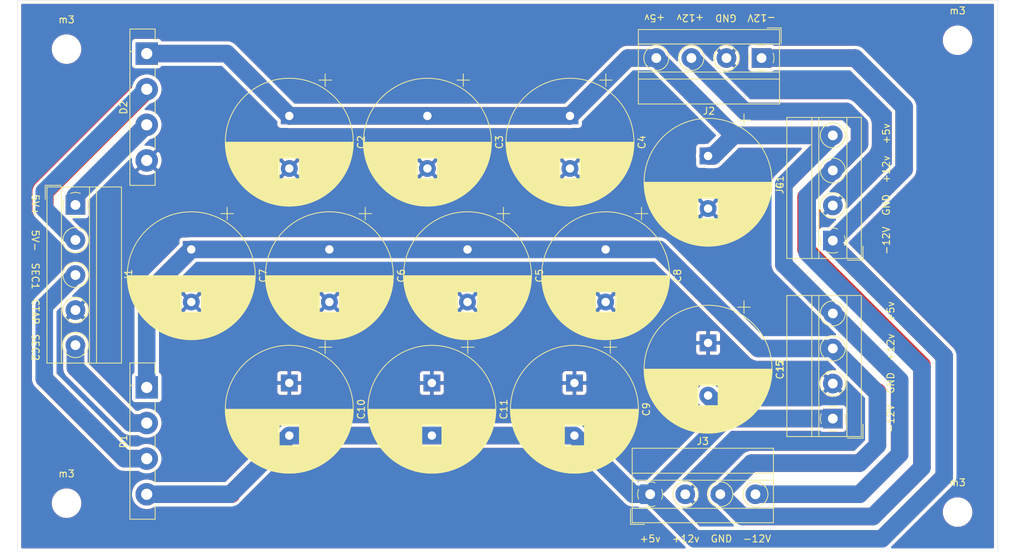
<source format=kicad_pcb>
(kicad_pcb (version 20171130) (host pcbnew "(5.1.10)-1")
  (layers (0 F.Cu signal) (31 B.Cu signal) (34 B.Paste user) (35 F.Paste user) (36 B.SilkS user) (37 F.SilkS user) (38 B.Mask user) (39 F.Mask user) (44 Edge.Cuts user))
  (net 0 "")
  (net 1 GND)
  (net 2 "Net-(C1-Pad1)")
  (net 3 "Net-(C5-Pad1)")
  (net 4 "Net-(C10-Pad2)")
  (net 5 "Net-(D1-Pad3)")
  (net 6 "Net-(D1-Pad2)")
  (net 7 "Net-(D2-Pad2)")
  (net 8 "Net-(D2-Pad3)")
  (module MountingHole:MountingHole_3.2mm_M3 (layer F.Cu) (at 292.735 140.335)
    (fp_text reference m3 (at 0 -4.2) (layer F.SilkS))
    (fp_text value MountingHole_3.2mm_M3)
    (pad 1 np_thru_hole circle (at 0 0) (size 3.2 3.2) (drill 3.2) (layers *.Cu *.Mask))
  )
  (module MountingHole:MountingHole_3.2mm_M3 (layer F.Cu) (at 292.735 73.025)
    (fp_text reference m3 (at 0 -4.2) (layer F.SilkS))
    (fp_text value MountingHole_3.2mm_M3)
    (pad 1 np_thru_hole circle (at 0 0) (size 3.2 3.2) (drill 3.2) (layers *.Cu *.Mask))
  )
  (module MountingHole:MountingHole_3.2mm_M3 (layer F.Cu) (at 165.735 139.065)
    (fp_text reference m3 (at 0 -4.2) (layer F.SilkS))
    (fp_text value MountingHole_3.2mm_M3)
    (pad 1 np_thru_hole circle (at 0 0) (size 3.2 3.2) (drill 3.2) (layers *.Cu *.Mask))
  )
  (module MountingHole:MountingHole_3.2mm_M3 (layer F.Cu) (at 165.735 74.295)
    (fp_text reference m3 (at 0 -4.2) (layer F.SilkS))
    (fp_text value MountingHole_3.2mm_M3)
    (pad 1 np_thru_hole circle (at 0 0) (size 3.2 3.2) (drill 3.2) (layers *.Cu *.Mask))
  )
  (module Capacitor_THT:CP_Radial_D18.0mm_P7.50mm (layer F.Cu) (at 257.175 116.205 270)
    (fp_text reference C12 (at 3.75 -10.25 90) (layer F.SilkS))
    (fp_text value 10000uf)
    (pad 1 thru_hole rect (at 0 0 270) (size 2.4 2.4) (drill 1.2) (layers *.Cu *.Mask) (net 1 GND))
    (pad 2 thru_hole circle (at 7.5 0 270) (size 2.4 2.4) (drill 1.2) (layers *.Cu *.Mask) (net 4 "Net-(C10-Pad2)"))
  )
  (module Capacitor_THT:CP_Radial_D18.0mm_P7.50mm (layer F.Cu) (at 237.49 83.82 270)
    (fp_text reference C4 (at 3.75 -10.25 90) (layer F.SilkS))
    (fp_text value 10000uf)
    (pad 1 thru_hole rect (at 0 0 270) (size 2.4 2.4) (drill 1.2) (layers *.Cu *.Mask) (net 2 "Net-(C1-Pad1)"))
    (pad 2 thru_hole circle (at 7.5 0 270) (size 2.4 2.4) (drill 1.2) (layers *.Cu *.Mask) (net 1 GND))
  )
  (module Capacitor_THT:CP_Radial_D18.0mm_P7.50mm (layer F.Cu) (at 257.175 89.535 270)
    (fp_text reference C1 (at 3.75 -10.25 90) (layer F.SilkS))
    (fp_text value 10000uf)
    (pad 2 thru_hole circle (at 7.5 0 270) (size 2.4 2.4) (drill 1.2) (layers *.Cu *.Mask) (net 1 GND))
    (pad 1 thru_hole rect (at 0 0 270) (size 2.4 2.4) (drill 1.2) (layers *.Cu *.Mask) (net 2 "Net-(C1-Pad1)"))
  )
  (module Capacitor_THT:CP_Radial_D18.0mm_P7.50mm (layer F.Cu) (at 197.485 83.82 270)
    (fp_text reference C2 (at 3.75 -10.25 90) (layer F.SilkS))
    (fp_text value 10000uf)
    (pad 1 thru_hole rect (at 0 0 270) (size 2.4 2.4) (drill 1.2) (layers *.Cu *.Mask) (net 2 "Net-(C1-Pad1)"))
    (pad 2 thru_hole circle (at 7.5 0 270) (size 2.4 2.4) (drill 1.2) (layers *.Cu *.Mask) (net 1 GND))
  )
  (module Capacitor_THT:CP_Radial_D18.0mm_P7.50mm (layer F.Cu) (at 217.17 83.82 270)
    (fp_text reference C3 (at 3.75 -10.25 90) (layer F.SilkS))
    (fp_text value 10000uf)
    (pad 2 thru_hole circle (at 7.5 0 270) (size 2.4 2.4) (drill 1.2) (layers *.Cu *.Mask) (net 1 GND))
    (pad 1 thru_hole rect (at 0 0 270) (size 2.4 2.4) (drill 1.2) (layers *.Cu *.Mask) (net 2 "Net-(C1-Pad1)"))
  )
  (module Capacitor_THT:CP_Radial_D18.0mm_P7.50mm (layer F.Cu) (at 222.885 102.87 270)
    (fp_text reference C5 (at 3.75 -10.25 90) (layer F.SilkS))
    (fp_text value 10000uf)
    (pad 2 thru_hole circle (at 7.5 0 270) (size 2.4 2.4) (drill 1.2) (layers *.Cu *.Mask) (net 1 GND))
    (pad 1 thru_hole rect (at 0 0 270) (size 2.4 2.4) (drill 1.2) (layers *.Cu *.Mask) (net 3 "Net-(C5-Pad1)"))
  )
  (module Capacitor_THT:CP_Radial_D18.0mm_P7.50mm (layer F.Cu) (at 203.2 102.87 270)
    (fp_text reference C6 (at 3.75 -10.25 90) (layer F.SilkS))
    (fp_text value 10000uf)
    (pad 1 thru_hole rect (at 0 0 270) (size 2.4 2.4) (drill 1.2) (layers *.Cu *.Mask) (net 3 "Net-(C5-Pad1)"))
    (pad 2 thru_hole circle (at 7.5 0 270) (size 2.4 2.4) (drill 1.2) (layers *.Cu *.Mask) (net 1 GND))
  )
  (module Capacitor_THT:CP_Radial_D18.0mm_P7.50mm (layer F.Cu) (at 183.515 102.87 270)
    (fp_text reference C7 (at 3.75 -10.25 90) (layer F.SilkS))
    (fp_text value 10000uf)
    (pad 2 thru_hole circle (at 7.5 0 270) (size 2.4 2.4) (drill 1.2) (layers *.Cu *.Mask) (net 1 GND))
    (pad 1 thru_hole rect (at 0 0 270) (size 2.4 2.4) (drill 1.2) (layers *.Cu *.Mask) (net 3 "Net-(C5-Pad1)"))
  )
  (module Capacitor_THT:CP_Radial_D18.0mm_P7.50mm (layer F.Cu) (at 242.57 102.87 270)
    (fp_text reference C8 (at 3.75 -10.25 90) (layer F.SilkS))
    (fp_text value 10000uf)
    (pad 1 thru_hole rect (at 0 0 270) (size 2.4 2.4) (drill 1.2) (layers *.Cu *.Mask) (net 3 "Net-(C5-Pad1)"))
    (pad 2 thru_hole circle (at 7.5 0 270) (size 2.4 2.4) (drill 1.2) (layers *.Cu *.Mask) (net 1 GND))
  )
  (module Capacitor_THT:CP_Radial_D18.0mm_P7.50mm (layer F.Cu) (at 238.125 121.92 270)
    (fp_text reference C9 (at 3.75 -10.25 90) (layer F.SilkS))
    (fp_text value 10000uf)
    (pad 2 thru_hole circle (at 7.5 0 270) (size 2.4 2.4) (drill 1.2) (layers *.Cu *.Mask) (net 4 "Net-(C10-Pad2)"))
    (pad 1 thru_hole rect (at 0 0 270) (size 2.4 2.4) (drill 1.2) (layers *.Cu *.Mask) (net 1 GND))
  )
  (module Capacitor_THT:CP_Radial_D18.0mm_P7.50mm (layer F.Cu) (at 197.485 121.92 270)
    (fp_text reference C10 (at 3.75 -10.25 90) (layer F.SilkS))
    (fp_text value 10000uf)
    (pad 1 thru_hole rect (at 0 0 270) (size 2.4 2.4) (drill 1.2) (layers *.Cu *.Mask) (net 1 GND))
    (pad 2 thru_hole circle (at 7.5 0 270) (size 2.4 2.4) (drill 1.2) (layers *.Cu *.Mask) (net 4 "Net-(C10-Pad2)"))
  )
  (module Capacitor_THT:CP_Radial_D18.0mm_P7.50mm (layer F.Cu) (at 217.805 121.92 270)
    (fp_text reference C11 (at 3.75 -10.25 90) (layer F.SilkS))
    (fp_text value 10000uf)
    (pad 2 thru_hole circle (at 7.5 0 270) (size 2.4 2.4) (drill 1.2) (layers *.Cu *.Mask) (net 4 "Net-(C10-Pad2)"))
    (pad 1 thru_hole rect (at 0 0 270) (size 2.4 2.4) (drill 1.2) (layers *.Cu *.Mask) (net 1 GND))
  )
  (module Diode_THT:Diode_Bridge_Vishay_GBU (layer F.Cu) (at 177.165 122.555 270)
    (fp_text reference D1 (at 7.7 3.3 270) (layer F.SilkS))
    (fp_text value GBU8A)
    (pad 4 thru_hole circle (at 15.24 0 270) (size 3.2 3.2) (drill 1.6) (layers *.Cu *.Mask) (net 4 "Net-(C10-Pad2)"))
    (pad 3 thru_hole circle (at 10.16 0 270) (size 3.2 3.2) (drill 1.6) (layers *.Cu *.Mask) (net 5 "Net-(D1-Pad3)"))
    (pad 2 thru_hole circle (at 5.08 0 270) (size 3.2 3.2) (drill 1.6) (layers *.Cu *.Mask) (net 6 "Net-(D1-Pad2)"))
    (pad 1 thru_hole rect (at 0 0 270) (size 3.2 3.2) (drill 1.6) (layers *.Cu *.Mask) (net 3 "Net-(C5-Pad1)"))
  )
  (module Diode_THT:Diode_Bridge_Vishay_GBU (layer F.Cu) (at 177.165 74.93 270)
    (fp_text reference D2 (at 7.7 3.3 270) (layer F.SilkS))
    (fp_text value GBU8A)
    (pad 1 thru_hole rect (at 0 0 270) (size 3.2 3.2) (drill 1.6) (layers *.Cu *.Mask) (net 2 "Net-(C1-Pad1)"))
    (pad 2 thru_hole circle (at 5.08 0 270) (size 3.2 3.2) (drill 1.6) (layers *.Cu *.Mask) (net 7 "Net-(D2-Pad2)"))
    (pad 3 thru_hole circle (at 10.16 0 270) (size 3.2 3.2) (drill 1.6) (layers *.Cu *.Mask) (net 8 "Net-(D2-Pad3)"))
    (pad 4 thru_hole circle (at 15.24 0 270) (size 3.2 3.2) (drill 1.6) (layers *.Cu *.Mask) (net 1 GND))
  )
  (module TerminalBlock_MetzConnect:TerminalBlock_MetzConnect_Type011_RT05505HBWC_1x05_P5.00mm_Horizontal (layer F.Cu) (at 167.005 96.52 270)
    (fp_text reference J1 (at 10 -7.56 90) (layer F.SilkS))
    (fp_text value "Transformer Outputs")
    (pad 1 thru_hole rect (at 0 0 270) (size 2.8 2.8) (drill 1.4) (layers *.Cu *.Mask) (net 8 "Net-(D2-Pad3)"))
    (pad 2 thru_hole circle (at 5 0 270) (size 2.8 2.8) (drill 1.4) (layers *.Cu *.Mask) (net 7 "Net-(D2-Pad2)"))
    (pad 3 thru_hole circle (at 10 0 270) (size 2.8 2.8) (drill 1.4) (layers *.Cu *.Mask) (net 5 "Net-(D1-Pad3)"))
    (pad 4 thru_hole circle (at 15 0 270) (size 2.8 2.8) (drill 1.4) (layers *.Cu *.Mask) (net 1 GND))
    (pad 5 thru_hole circle (at 20 0 270) (size 2.8 2.8) (drill 1.4) (layers *.Cu *.Mask) (net 6 "Net-(D1-Pad2)"))
  )
  (module TerminalBlock_MetzConnect:TerminalBlock_MetzConnect_Type011_RT05504HBWC_1x04_P5.00mm_Horizontal (layer F.Cu) (at 264.795 75.565 180)
    (fp_text reference J2 (at 7.5 -7.56) (layer F.SilkS))
    (fp_text value Conn_01x04_Male)
    (pad 4 thru_hole circle (at 15 0 180) (size 2.8 2.8) (drill 1.4) (layers *.Cu *.Mask) (net 2 "Net-(C1-Pad1)"))
    (pad 3 thru_hole circle (at 10 0 180) (size 2.8 2.8) (drill 1.4) (layers *.Cu *.Mask) (net 3 "Net-(C5-Pad1)"))
    (pad 2 thru_hole circle (at 5 0 180) (size 2.8 2.8) (drill 1.4) (layers *.Cu *.Mask) (net 1 GND))
    (pad 1 thru_hole rect (at 0 0 180) (size 2.8 2.8) (drill 1.4) (layers *.Cu *.Mask) (net 4 "Net-(C10-Pad2)"))
  )
  (module TerminalBlock_MetzConnect:TerminalBlock_MetzConnect_Type011_RT05504HBWC_1x04_P5.00mm_Horizontal (layer F.Cu) (at 248.92 137.795)
    (fp_text reference J3 (at 7.5 -7.56) (layer F.SilkS))
    (fp_text value Conn_01x04_Male)
    (pad 1 thru_hole rect (at 0 0) (size 2.8 2.8) (drill 1.4) (layers *.Cu *.Mask) (net 4 "Net-(C10-Pad2)"))
    (pad 2 thru_hole circle (at 5 0) (size 2.8 2.8) (drill 1.4) (layers *.Cu *.Mask) (net 1 GND))
    (pad 3 thru_hole circle (at 10 0) (size 2.8 2.8) (drill 1.4) (layers *.Cu *.Mask) (net 3 "Net-(C5-Pad1)"))
    (pad 4 thru_hole circle (at 15 0) (size 2.8 2.8) (drill 1.4) (layers *.Cu *.Mask) (net 2 "Net-(C1-Pad1)"))
  )
  (module TerminalBlock_MetzConnect:TerminalBlock_MetzConnect_Type011_RT05504HBWC_1x04_P5.00mm_Horizontal (layer F.Cu) (at 274.955 101.6 90)
    (fp_text reference J4 (at 7.5 -7.56 90) (layer F.SilkS))
    (fp_text value Conn_01x04_Male)
    (pad 4 thru_hole circle (at 15 0 90) (size 2.8 2.8) (drill 1.4) (layers *.Cu *.Mask) (net 2 "Net-(C1-Pad1)"))
    (pad 3 thru_hole circle (at 10 0 90) (size 2.8 2.8) (drill 1.4) (layers *.Cu *.Mask) (net 3 "Net-(C5-Pad1)"))
    (pad 2 thru_hole circle (at 5 0 90) (size 2.8 2.8) (drill 1.4) (layers *.Cu *.Mask) (net 1 GND))
    (pad 1 thru_hole rect (at 0 0 90) (size 2.8 2.8) (drill 1.4) (layers *.Cu *.Mask) (net 4 "Net-(C10-Pad2)"))
  )
  (module TerminalBlock_MetzConnect:TerminalBlock_MetzConnect_Type011_RT05504HBWC_1x04_P5.00mm_Horizontal (layer F.Cu) (at 274.955 127 90)
    (fp_text reference J5 (at 7.5 -7.56 90) (layer F.SilkS))
    (fp_text value Conn_01x04_Male)
    (pad 1 thru_hole rect (at 0 0 90) (size 2.8 2.8) (drill 1.4) (layers *.Cu *.Mask) (net 4 "Net-(C10-Pad2)"))
    (pad 2 thru_hole circle (at 5 0 90) (size 2.8 2.8) (drill 1.4) (layers *.Cu *.Mask) (net 1 GND))
    (pad 3 thru_hole circle (at 10 0 90) (size 2.8 2.8) (drill 1.4) (layers *.Cu *.Mask) (net 3 "Net-(C5-Pad1)"))
    (pad 4 thru_hole circle (at 15 0 90) (size 2.8 2.8) (drill 1.4) (layers *.Cu *.Mask) (net 2 "Net-(C1-Pad1)"))
  )
  (gr_text SEC2 (at 161.29 116.84 270) (layer F.SilkS) (effects (font (size 1 1))))
  (gr_text CTAP (at 161.29 111.76 270) (layer F.SilkS) (effects (font (size 1 1))))
  (gr_text SEC1 (at 161.29 106.68 270) (layer F.SilkS) (effects (font (size 1 1))))
  (gr_text 5V- (at 161.29 101.6 270) (layer F.SilkS) (effects (font (size 1 1))))
  (gr_text 5V+ (at 161.29 96.52 270) (layer F.SilkS) (effects (font (size 1 1))))
  (gr_text -12V (at 264.16 144.145) (layer F.SilkS) (effects (font (size 1 1))))
  (gr_text +12v (at 254 144.145) (layer F.SilkS) (effects (font (size 1 1))))
  (gr_text "GND\n" (at 259.08 144.145) (layer F.SilkS) (effects (font (size 1 1))))
  (gr_text +5v (at 248.92 144.145) (layer F.SilkS) (effects (font (size 1 1))))
  (gr_text -12V (at 264.795 69.85 180) (layer F.SilkS) (effects (font (size 1 1))))
  (gr_text +12v (at 254.635 69.85 180) (layer F.SilkS) (effects (font (size 1 1))))
  (gr_text "GND\n" (at 259.715 69.85 180) (layer F.SilkS) (effects (font (size 1 1))))
  (gr_text +5v (at 249.555 69.85 180) (layer F.SilkS) (effects (font (size 1 1))))
  (gr_text -12V (at 283.21 127 90) (layer F.SilkS) (effects (font (size 1 1))))
  (gr_text +12v (at 283.21 116.84 90) (layer F.SilkS) (effects (font (size 1 1))))
  (gr_text "GND\n" (at 283.21 121.92 90) (layer F.SilkS) (effects (font (size 1 1))))
  (gr_text +5v (at 283.21 111.76 90) (layer F.SilkS) (effects (font (size 1 1))))
  (gr_text -12V (at 282.575 101.6 90) (layer F.SilkS) (effects (font (size 1 1))))
  (gr_text "GND\n" (at 282.575 96.52 90) (layer F.SilkS) (effects (font (size 1 1))))
  (gr_text +12v (at 282.575 91.44 90) (layer F.SilkS) (effects (font (size 1 1))))
  (gr_text +5v (at 282.575 86.36 90) (layer F.SilkS) (effects (font (size 1 1))))
  (gr_line (start 158.75 146.05) (end 298.45 146.05) (layer Edge.Cuts) (width 0.05))
  (gr_line (start 158.75 67.31) (end 158.75 146.05) (layer Edge.Cuts) (width 0.05))
  (gr_line (start 298.45 67.31) (end 158.75 67.31) (layer Edge.Cuts) (width 0.05))
  (gr_line (start 298.45 146.05) (end 298.45 67.31) (layer Edge.Cuts) (width 0.05))
  (segment (start 284.48 132.08) (end 284.48 121.525) (width 2.5) (layer B.Cu) (net 2))
  (segment (start 278.765 137.795) (end 284.48 132.08) (width 2.5) (layer B.Cu) (net 2))
  (segment (start 284.48 121.525) (end 274.955 112) (width 2.5) (layer B.Cu) (net 2))
  (segment (start 263.92 137.795) (end 278.765 137.795) (width 2.5) (layer B.Cu) (net 2))
  (segment (start 260.83 86.6) (end 274.955 86.6) (width 2.5) (layer B.Cu) (net 2))
  (segment (start 249.795 75.565) (end 260.83 86.6) (width 2.5) (layer B.Cu) (net 2))
  (segment (start 257.895 89.535) (end 260.83 86.6) (width 2.5) (layer B.Cu) (net 2))
  (segment (start 257.175 89.535) (end 257.895 89.535) (width 2.5) (layer B.Cu) (net 2))
  (segment (start 245.745 75.565) (end 237.49 83.82) (width 2.5) (layer B.Cu) (net 2))
  (segment (start 249.795 75.565) (end 245.745 75.565) (width 2.5) (layer B.Cu) (net 2))
  (segment (start 237.49 83.82) (end 217.17 83.82) (width 2.5) (layer B.Cu) (net 2))
  (segment (start 197.485 83.82) (end 217.17 83.82) (width 2.5) (layer B.Cu) (net 2))
  (segment (start 267.97 105.015) (end 274.955 112) (width 2.5) (layer B.Cu) (net 2))
  (segment (start 267.97 93.585) (end 267.97 105.015) (width 2.5) (layer B.Cu) (net 2))
  (segment (start 274.955 86.6) (end 267.97 93.585) (width 2.5) (layer B.Cu) (net 2))
  (segment (start 188.595 74.93) (end 197.485 83.82) (width 2.5) (layer B.Cu) (net 2))
  (segment (start 177.165 74.93) (end 188.595 74.93) (width 2.5) (layer B.Cu) (net 2))
  (segment (start 260.83 86.6) (end 249.795 75.565) (width 2.5) (layer F.Cu) (net 2))
  (segment (start 274.955 86.6) (end 260.83 86.6) (width 2.5) (layer F.Cu) (net 2))
  (segment (start 257.895 89.535) (end 260.83 86.6) (width 2.5) (layer F.Cu) (net 2))
  (segment (start 257.175 89.535) (end 257.895 89.535) (width 2.5) (layer F.Cu) (net 2))
  (segment (start 267.97 105.015) (end 274.955 112) (width 2.5) (layer F.Cu) (net 2))
  (segment (start 267.97 93.585) (end 267.97 105.015) (width 2.5) (layer F.Cu) (net 2))
  (segment (start 274.955 86.6) (end 267.97 93.585) (width 2.5) (layer F.Cu) (net 2))
  (segment (start 274.955 112) (end 284.48 121.525) (width 2.5) (layer F.Cu) (net 2))
  (segment (start 284.48 121.525) (end 284.48 132.08) (width 2.5) (layer F.Cu) (net 2))
  (segment (start 284.48 132.08) (end 278.765 137.795) (width 2.5) (layer F.Cu) (net 2))
  (segment (start 278.765 137.795) (end 263.92 137.795) (width 2.5) (layer F.Cu) (net 2))
  (segment (start 245.745 75.565) (end 237.49 83.82) (width 2.5) (layer F.Cu) (net 2))
  (segment (start 249.795 75.565) (end 245.745 75.565) (width 2.5) (layer F.Cu) (net 2))
  (segment (start 237.49 83.82) (end 217.17 83.82) (width 2.5) (layer F.Cu) (net 2))
  (segment (start 217.17 83.82) (end 197.485 83.82) (width 2.5) (layer F.Cu) (net 2))
  (segment (start 197.485 83.82) (end 188.595 74.93) (width 2.5) (layer F.Cu) (net 2))
  (segment (start 188.595 74.93) (end 177.165 74.93) (width 2.5) (layer F.Cu) (net 2))
  (segment (start 258.92 137.795) (end 263.365 133.35) (width 2.5) (layer B.Cu) (net 3))
  (segment (start 263.365 133.35) (end 278.765 133.35) (width 2.5) (layer B.Cu) (net 3))
  (segment (start 278.765 133.35) (end 281.305 130.81) (width 2.5) (layer B.Cu) (net 3))
  (segment (start 281.305 123.35) (end 274.955 117) (width 2.5) (layer B.Cu) (net 3))
  (segment (start 281.305 130.81) (end 281.305 123.35) (width 2.5) (layer B.Cu) (net 3))
  (segment (start 254.795 75.565) (end 262.415 83.185) (width 2.5) (layer B.Cu) (net 3))
  (segment (start 262.415 83.185) (end 276.86 83.185) (width 2.5) (layer B.Cu) (net 3))
  (segment (start 276.86 83.185) (end 278.765 85.09) (width 2.5) (layer B.Cu) (net 3))
  (segment (start 278.765 87.79) (end 274.955 91.6) (width 2.5) (layer B.Cu) (net 3))
  (segment (start 278.765 85.09) (end 278.765 87.79) (width 2.5) (layer B.Cu) (net 3))
  (segment (start 183.515 102.87) (end 203.2 102.87) (width 2.5) (layer B.Cu) (net 3))
  (segment (start 203.2 102.87) (end 222.885 102.87) (width 2.5) (layer B.Cu) (net 3))
  (segment (start 222.885 102.87) (end 242.57 102.87) (width 2.5) (layer B.Cu) (net 3))
  (segment (start 264.32 117) (end 274.955 117) (width 2.5) (layer B.Cu) (net 3))
  (segment (start 250.19 102.87) (end 264.32 117) (width 2.5) (layer B.Cu) (net 3))
  (segment (start 242.57 102.87) (end 250.19 102.87) (width 2.5) (layer B.Cu) (net 3))
  (segment (start 274.955 91.6) (end 271.305 95.25) (width 2.5) (layer B.Cu) (net 3))
  (segment (start 271.305 103.360002) (end 287.655 119.710002) (width 2.5) (layer B.Cu) (net 3))
  (segment (start 271.305 95.25) (end 271.305 103.360002) (width 2.5) (layer B.Cu) (net 3))
  (segment (start 287.655 119.710002) (end 287.655 133.985) (width 2.5) (layer B.Cu) (net 3))
  (segment (start 287.655 133.985) (end 280.67 140.97) (width 2.5) (layer B.Cu) (net 3))
  (segment (start 262.095 140.97) (end 258.92 137.795) (width 2.5) (layer B.Cu) (net 3))
  (segment (start 280.67 140.97) (end 262.095 140.97) (width 2.5) (layer B.Cu) (net 3))
  (segment (start 177.165 109.22) (end 183.515 102.87) (width 2.5) (layer B.Cu) (net 3))
  (segment (start 177.165 122.555) (end 177.165 109.22) (width 2.5) (layer B.Cu) (net 3))
  (segment (start 271.145 95.41) (end 274.955 91.6) (width 2.5) (layer F.Cu) (net 3))
  (segment (start 271.145 102.87) (end 271.145 95.41) (width 2.5) (layer F.Cu) (net 3))
  (segment (start 287.655 119.38) (end 271.145 102.87) (width 2.5) (layer F.Cu) (net 3))
  (segment (start 280.67 140.97) (end 287.655 133.985) (width 2.5) (layer F.Cu) (net 3))
  (segment (start 287.655 133.985) (end 287.655 119.38) (width 2.5) (layer F.Cu) (net 3))
  (segment (start 262.095 140.97) (end 280.67 140.97) (width 2.5) (layer F.Cu) (net 3))
  (segment (start 258.92 137.795) (end 262.095 140.97) (width 2.5) (layer F.Cu) (net 3))
  (segment (start 274.955 91.6) (end 278.765 87.79) (width 2.5) (layer F.Cu) (net 3))
  (segment (start 278.765 87.79) (end 278.765 85.09) (width 2.5) (layer F.Cu) (net 3))
  (segment (start 278.765 85.09) (end 276.86 83.185) (width 2.5) (layer F.Cu) (net 3))
  (segment (start 262.415 83.185) (end 254.795 75.565) (width 2.5) (layer F.Cu) (net 3))
  (segment (start 276.86 83.185) (end 262.415 83.185) (width 2.5) (layer F.Cu) (net 3))
  (segment (start 258.92 137.795) (end 263.365 133.35) (width 2.5) (layer F.Cu) (net 3))
  (segment (start 263.365 133.35) (end 278.765 133.35) (width 2.5) (layer F.Cu) (net 3))
  (segment (start 278.765 133.35) (end 281.305 130.81) (width 2.5) (layer F.Cu) (net 3))
  (segment (start 281.305 130.81) (end 281.305 123.19) (width 2.5) (layer F.Cu) (net 3))
  (segment (start 281.145 123.19) (end 274.955 117) (width 2.5) (layer F.Cu) (net 3))
  (segment (start 281.305 123.19) (end 281.145 123.19) (width 2.5) (layer F.Cu) (net 3))
  (segment (start 274.955 117) (end 264.32 117) (width 2.5) (layer F.Cu) (net 3))
  (segment (start 250.19 102.87) (end 242.57 102.87) (width 2.5) (layer F.Cu) (net 3))
  (segment (start 264.32 117) (end 250.19 102.87) (width 2.5) (layer F.Cu) (net 3))
  (segment (start 242.57 102.87) (end 222.885 102.87) (width 2.5) (layer F.Cu) (net 3))
  (segment (start 203.2 102.87) (end 222.885 102.87) (width 2.5) (layer F.Cu) (net 3))
  (segment (start 203.2 102.87) (end 183.515 102.87) (width 2.5) (layer F.Cu) (net 3))
  (segment (start 177.165 109.22) (end 183.515 102.87) (width 2.5) (layer F.Cu) (net 3))
  (segment (start 177.165 122.555) (end 177.165 109.22) (width 2.5) (layer F.Cu) (net 3))
  (segment (start 259.715 127) (end 274.955 127) (width 2.5) (layer B.Cu) (net 4))
  (segment (start 248.92 137.795) (end 259.715 127) (width 2.5) (layer B.Cu) (net 4))
  (segment (start 264.795 75.565) (end 278.13 75.565) (width 2.5) (layer B.Cu) (net 4))
  (segment (start 278.13 75.565) (end 285.115 82.55) (width 2.5) (layer B.Cu) (net 4))
  (segment (start 285.115 82.55) (end 285.115 91.44) (width 2.5) (layer B.Cu) (net 4))
  (segment (start 246.5 137.795) (end 238.125 129.42) (width 2.5) (layer B.Cu) (net 4))
  (segment (start 248.92 137.795) (end 246.5 137.795) (width 2.5) (layer B.Cu) (net 4))
  (segment (start 259.715 126.245) (end 259.715 127) (width 2.5) (layer B.Cu) (net 4))
  (segment (start 257.175 123.705) (end 259.715 126.245) (width 2.5) (layer B.Cu) (net 4))
  (segment (start 238.125 129.42) (end 217.805 129.42) (width 2.5) (layer B.Cu) (net 4))
  (segment (start 217.805 129.42) (end 197.485 129.42) (width 2.5) (layer B.Cu) (net 4))
  (segment (start 285.115 91.44) (end 274.955 101.6) (width 2.5) (layer B.Cu) (net 4))
  (segment (start 255.27 144.145) (end 248.92 137.795) (width 2.5) (layer B.Cu) (net 4))
  (segment (start 281.94 144.145) (end 255.27 144.145) (width 2.5) (layer B.Cu) (net 4))
  (segment (start 290.83 135.255) (end 281.94 144.145) (width 2.5) (layer B.Cu) (net 4))
  (segment (start 290.83 118.11) (end 290.83 135.255) (width 2.5) (layer B.Cu) (net 4))
  (segment (start 274.955 102.235) (end 290.83 118.11) (width 2.5) (layer B.Cu) (net 4))
  (segment (start 274.955 101.6) (end 274.955 102.235) (width 2.5) (layer B.Cu) (net 4))
  (segment (start 189.11 137.795) (end 197.485 129.42) (width 2.5) (layer B.Cu) (net 4))
  (segment (start 177.165 137.795) (end 189.11 137.795) (width 2.5) (layer B.Cu) (net 4))
  (segment (start 264.795 75.565) (end 278.13 75.565) (width 2.5) (layer F.Cu) (net 4))
  (segment (start 278.13 75.565) (end 285.115 82.55) (width 2.5) (layer F.Cu) (net 4))
  (segment (start 285.115 82.55) (end 285.115 91.44) (width 2.5) (layer F.Cu) (net 4))
  (segment (start 285.115 91.44) (end 274.955 101.6) (width 2.5) (layer F.Cu) (net 4))
  (segment (start 274.955 101.6) (end 274.955 102.235) (width 2.5) (layer F.Cu) (net 4))
  (segment (start 274.955 102.235) (end 290.83 118.11) (width 2.5) (layer F.Cu) (net 4))
  (segment (start 290.83 118.11) (end 290.83 135.255) (width 2.5) (layer F.Cu) (net 4))
  (segment (start 290.83 135.255) (end 281.94 144.145) (width 2.5) (layer F.Cu) (net 4))
  (segment (start 255.27 144.145) (end 248.92 137.795) (width 2.5) (layer F.Cu) (net 4))
  (segment (start 281.94 144.145) (end 255.27 144.145) (width 2.5) (layer F.Cu) (net 4))
  (segment (start 177.165 137.795) (end 189.23 137.795) (width 2.5) (layer F.Cu) (net 4))
  (segment (start 189.23 137.675) (end 197.485 129.42) (width 2.5) (layer F.Cu) (net 4))
  (segment (start 189.23 137.795) (end 189.23 137.675) (width 2.5) (layer F.Cu) (net 4))
  (segment (start 197.485 129.42) (end 217.805 129.42) (width 2.5) (layer F.Cu) (net 4))
  (segment (start 217.805 129.42) (end 238.125 129.42) (width 2.5) (layer F.Cu) (net 4))
  (segment (start 238.125 129.42) (end 246.5 137.795) (width 2.5) (layer F.Cu) (net 4))
  (segment (start 246.5 137.795) (end 248.92 137.795) (width 2.5) (layer F.Cu) (net 4))
  (segment (start 259.715 127) (end 274.955 127) (width 2.5) (layer F.Cu) (net 4))
  (segment (start 248.92 137.795) (end 259.715 127) (width 2.5) (layer F.Cu) (net 4))
  (segment (start 259.715 126.245) (end 259.715 127) (width 2.5) (layer F.Cu) (net 4))
  (segment (start 257.175 123.705) (end 259.715 126.245) (width 2.5) (layer F.Cu) (net 4))
  (segment (start 162.56 110.965) (end 167.005 106.52) (width 2.5) (layer B.Cu) (net 5))
  (segment (start 162.56 121.285) (end 162.56 110.965) (width 2.5) (layer B.Cu) (net 5))
  (segment (start 173.99 132.715) (end 162.56 121.285) (width 2.5) (layer B.Cu) (net 5))
  (segment (start 177.165 132.715) (end 173.99 132.715) (width 2.5) (layer B.Cu) (net 5))
  (segment (start 162.56 110.965) (end 167.005 106.52) (width 2.5) (layer F.Cu) (net 5))
  (segment (start 162.56 121.285) (end 162.56 110.965) (width 2.5) (layer F.Cu) (net 5))
  (segment (start 173.99 132.715) (end 162.56 121.285) (width 2.5) (layer F.Cu) (net 5))
  (segment (start 177.165 132.715) (end 173.99 132.715) (width 2.5) (layer F.Cu) (net 5))
  (segment (start 167.005 119.737741) (end 167.005 116.52) (width 2.5) (layer B.Cu) (net 6))
  (segment (start 174.902259 127.635) (end 167.005 119.737741) (width 2.5) (layer B.Cu) (net 6))
  (segment (start 177.165 127.635) (end 174.902259 127.635) (width 2.5) (layer B.Cu) (net 6))
  (segment (start 167.005 119.737741) (end 167.005 116.52) (width 2.5) (layer F.Cu) (net 6))
  (segment (start 174.902259 127.635) (end 167.005 119.737741) (width 2.5) (layer F.Cu) (net 6))
  (segment (start 177.165 127.635) (end 174.902259 127.635) (width 2.5) (layer F.Cu) (net 6))
  (segment (start 177.165 80.01) (end 162.56 94.615) (width 2.5) (layer B.Cu) (net 7))
  (segment (start 162.56 97.075) (end 167.005 101.52) (width 2.5) (layer B.Cu) (net 7))
  (segment (start 162.56 94.615) (end 162.56 97.075) (width 2.5) (layer B.Cu) (net 7))
  (segment (start 167.005 101.52) (end 162.64 97.155) (width 2.5) (layer F.Cu) (net 7))
  (segment (start 162.64 97.155) (end 162.64 94.695) (width 2.5) (layer F.Cu) (net 7))
  (segment (start 177.165 80.17) (end 177.165 80.01) (width 2.5) (layer F.Cu) (net 7))
  (segment (start 162.64 94.695) (end 177.165 80.17) (width 2.5) (layer F.Cu) (net 7))
  (segment (start 167.005 95.25) (end 167.005 96.52) (width 2.5) (layer B.Cu) (net 8))
  (segment (start 177.165 85.09) (end 167.005 95.25) (width 2.5) (layer B.Cu) (net 8))
  (segment (start 167.005 95.25) (end 167.005 96.52) (width 2.5) (layer F.Cu) (net 8))
  (segment (start 177.165 85.09) (end 167.005 95.25) (width 2.5) (layer F.Cu) (net 8))
  (zone (net 1) (net_name GND) (layer F.Cu) (connect_pads (clearance 0.508)) (min_thickness 0.254) (fill yes (arc_segments 32) (thermal_gap 0.508) (thermal_bridge_width 0.508))
    (polygon (pts (xy 298.45 145.415) (xy 158.75 146.05) (xy 158.75 67.31) (xy 298.45 67.31)))
  )
  (zone (net 1) (net_name GND) (layer B.Cu) (connect_pads (clearance 0.508)) (min_thickness 0.254) (fill yes (arc_segments 32) (thermal_gap 0.508) (thermal_bridge_width 0.508))
    (polygon (pts (xy 298.45 146.05) (xy 158.75 146.05) (xy 158.75 67.31) (xy 298.45 67.31)))
  )
)
</source>
